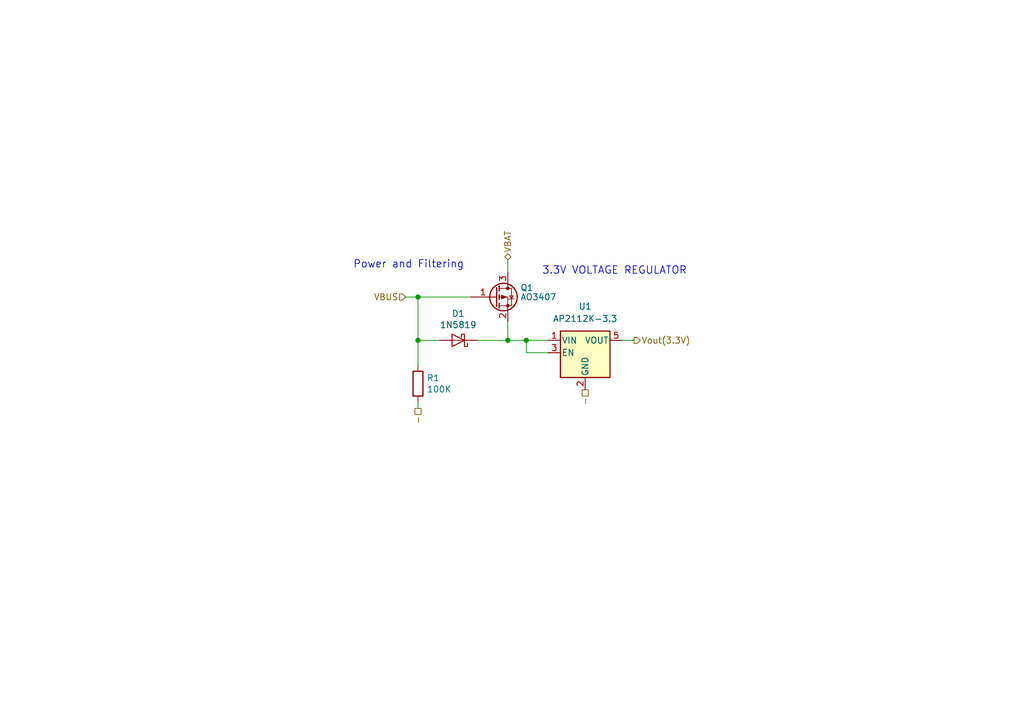
<source format=kicad_sch>
(kicad_sch (version 20211123) (generator eeschema)
  (paper "A5")
  (lib_symbols
    (symbol "Regulator_Linear:AP2112K-3.3" (pin_names (offset 0.254))
      (property "Reference" "U" (at -5.08 5.715 0))
      (property "Value" "AP2112K-3.3" (at 0 5.715 0))
      (symbol "AP2112K-3.3_0_1"
        (rectangle (start -5.08 4.445) (end 5.08 -5.08) (stroke (width 0.254)) (fill (type background)))
      )
      (symbol "AP2112K-3.3_1_1"
        (pin power_in line (at -7.62 2.54 0) (length 2.54) (name "VIN") (number "1"))
        (pin power_in line (at 0 -7.62 90) (length 2.54) (name "GND") (number "2"))
        (pin input line (at -7.62 0 0) (length 2.54) (name "EN") (number "3"))
        (pin no_connect line (at 5.08 0 180) (length 2.54) hide (name "NC") (number "4"))
        (pin power_out line (at 7.62 2.54 180) (length 2.54) (name "VOUT") (number "5"))
      )
    )
    (symbol "nrfmicro-rescue:BSS83P" (pin_names (offset 0) hide)
      (property "Reference" "Q" (at 5.08 1.905 0))
      (property "Value" "BSS83P" (at 5.08 0 0))
      (symbol "BSS83P_0_1"
        (polyline (pts (xy 0 0) (xy 0.254 0)))
        (polyline (pts (xy 0.762 -1.778) (xy 2.54 -1.778)))
        (polyline (pts (xy 0.762 -1.27) (xy 0.762 -2.286)) (stroke (width 0.254)))
        (polyline (pts (xy 0.762 0) (xy 2.54 0)))
        (polyline (pts (xy 0.762 0.508) (xy 0.762 -0.508)) (stroke (width 0.254)))
        (polyline (pts (xy 0.762 1.778) (xy 2.54 1.778)))
        (polyline (pts (xy 0.762 2.286) (xy 0.762 1.27)) (stroke (width 0.254)))
        (polyline (pts (xy 2.54 -1.778) (xy 2.54 -2.54)))
        (polyline (pts (xy 2.54 -1.778) (xy 2.54 0)))
        (polyline (pts (xy 2.54 2.54) (xy 2.54 1.778)))
        (polyline (pts (xy 0.254 1.905) (xy 0.254 -1.905) (xy 0.254 -1.905)) (stroke (width 0.254)))
        (polyline (pts (xy 2.286 0) (xy 1.27 -0.381) (xy 1.27 0.381) (xy 2.286 0)) (fill (type outline)))
        (polyline (pts (xy 2.54 -1.778) (xy 3.302 -1.778) (xy 3.302 1.778) (xy 2.54 1.778)))
        (polyline (pts (xy 2.794 -0.508) (xy 2.921 -0.381) (xy 3.683 -0.381) (xy 3.81 -0.254)))
        (polyline (pts (xy 3.302 -0.381) (xy 2.921 0.254) (xy 3.683 0.254) (xy 3.302 -0.381)))
        (circle (center 1.651 0) (radius 2.8194) (stroke (width 0.254)))
        (circle (center 2.54 -1.778) (radius 0.2794) (fill (type outline)))
        (circle (center 2.54 1.778) (radius 0.2794) (fill (type outline)))
      )
      (symbol "BSS83P_1_1"
        (pin input line (at -5.08 0 0) (length 5.08) (name "G") (number "1"))
        (pin passive line (at 2.54 -5.08 90) (length 2.54) (name "S") (number "2"))
        (pin passive line (at 2.54 5.08 270) (length 2.54) (name "D") (number "3"))
      )
    )
    (symbol "nrfmicro-rescue:MBR0520" (pin_numbers hide) (pin_names (offset 1.016) hide)
      (property "Reference" "D" (at 0 2.54 0))
      (property "Value" "MBR0520" (at 0 -2.54 0))
      (symbol "MBR0520_0_1"
        (polyline (pts (xy 1.27 0) (xy -1.27 0)))
        (polyline (pts (xy 1.27 1.27) (xy 1.27 -1.27) (xy -1.27 0) (xy 1.27 1.27)) (stroke (width 0.2032)))
        (polyline (pts (xy -1.905 0.635) (xy -1.905 1.27) (xy -1.27 1.27) (xy -1.27 -1.27) (xy -0.635 -1.27) (xy -0.635 -0.635)) (stroke (width 0.2032)))
      )
      (symbol "MBR0520_1_1"
        (pin passive line (at -3.81 0 0) (length 2.54) (name "K") (number "1"))
        (pin passive line (at 3.81 0 180) (length 2.54) (name "A") (number "2"))
      )
    )
    (symbol "nrfmicro-rescue:R" (pin_numbers hide) (pin_names (offset 0))
      (property "Reference" "R" (at 2.032 0 90))
      (property "Value" "R" (at 0 0 90))
      (symbol "R_0_1"
        (rectangle (start -1.016 -2.54) (end 1.016 2.54) (stroke (width 0.254)))
      )
      (symbol "R_1_1"
        (pin passive line (at 0 3.81 270) (length 1.27) (name "~") (number "1"))
        (pin passive line (at 0 -3.81 90) (length 1.27) (name "~") (number "2"))
      )
    )
  )
  (junction (at 85.725 60.96))
  (junction (at 85.725 69.85))
  (junction (at 104.14 69.85))
  (junction (at 107.95 69.85))
  (wire (pts (xy 104.14 53.34) (xy 104.14 55.88)))
  (wire (pts (xy 85.725 60.96) (xy 96.52 60.96)))
  (wire (pts (xy 85.725 82.55) (xy 85.725 83.82)))
  (wire (pts (xy 107.95 72.39) (xy 107.95 69.85)))
  (wire (pts (xy 85.725 60.96) (xy 83.185 60.96)))
  (wire (pts (xy 104.14 66.04) (xy 104.14 69.85)))
  (wire (pts (xy 112.395 72.39) (xy 107.95 72.39)))
  (wire (pts (xy 107.95 69.85) (xy 112.395 69.85)))
  (wire (pts (xy 85.725 60.96) (xy 85.725 69.85)))
  (wire (pts (xy 127.635 69.85) (xy 130.048 69.85)))
  (wire (pts (xy 85.725 69.85) (xy 90.17 69.85)))
  (wire (pts (xy 85.725 69.85) (xy 85.725 74.93)))
  (wire (pts (xy 104.14 69.85) (xy 107.95 69.85)))
  (wire (pts (xy 97.79 69.85) (xy 104.14 69.85)))
  (text "Power and Filtering" (at 72.39 55.245 0) (effects (font (size 1.524 1.524)) (justify left bottom)))
  (text "3.3V VOLTAGE REGULATOR" (at 111.125 56.515 0) (effects (font (size 1.524 1.524)) (justify left bottom)))
  (hierarchical_label "VBAT" (shape bidirectional) (at 104.14 53.34 90))
  (hierarchical_label "VBUS" (shape input) (at 83.185 60.96 180))
  (hierarchical_label "-" (shape passive) (at 85.725 83.82 270))
  (hierarchical_label "Vout(3.3V)" (shape output) (at 130.048 69.85 0))
  (hierarchical_label "-" (shape passive) (at 120.015 80.01 270))
  (symbol (lib_id "nrfmicro-rescue:R") (at 85.725 78.74 0) (unit 1)
    (property "Reference" "R1" (at 87.503 77.5716 0) (effects (justify left)))
    (property "Value" "100K" (at 87.503 79.883 0) (effects (justify left)))
    (property "Footprint" "Resistor_SMD:R_0402_1005Metric" (effects hide))
  )
  (symbol (lib_id "nrfmicro-rescue:BSS83P") (at 101.6 60.96 0) (unit 1)
    (property "Reference" "Q1" (at 106.68 59.055 0) (effects (justify left)))
    (property "Value" "AO3407" (at 106.68 60.96 0) (effects (justify left)))
    (property "Footprint" "Package_TO_SOT_SMD:SOT-23" (effects hide))
  )
  (symbol (lib_id "Regulator_Linear:AP2112K-3.3") (at 120.015 72.39 0) (unit 1)
    (property "Reference" "U1" (at 120.015 62.865 0))
    (property "Value" "AP2112K-3.3" (at 120.015 65.405 0))
    (property "Footprint" "Package_TO_SOT_SMD:SOT-23-5" (effects hide))
    (property "Datasheet" "https://www.diodes.com/assets/Datasheets/AP2112.pdf" (effects hide))
  )
  (symbol (lib_id "nrfmicro-rescue:MBR0520") (at 93.98 69.85 180) (unit 1)
    (property "Reference" "D1" (at 93.98 64.3636 0))
    (property "Value" "1N5819" (at 93.98 66.675 0))
    (property "Footprint" "Diode_SMD:D_SOD-323F" (effects hide))
  )
)
</source>
